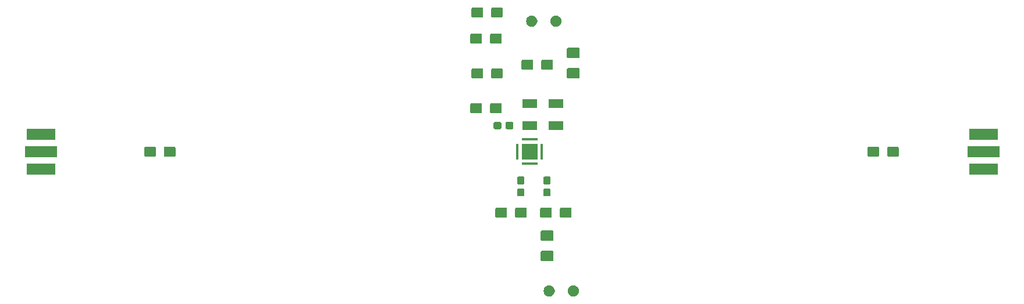
<source format=gbr>
G04 #@! TF.GenerationSoftware,KiCad,Pcbnew,5.1.2-f72e74a~84~ubuntu18.04.1*
G04 #@! TF.CreationDate,2019-11-12T11:29:02+01:00*
G04 #@! TF.ProjectId,matched_rf_amp,6d617463-6865-4645-9f72-665f616d702e,rev?*
G04 #@! TF.SameCoordinates,Original*
G04 #@! TF.FileFunction,Soldermask,Top*
G04 #@! TF.FilePolarity,Negative*
%FSLAX46Y46*%
G04 Gerber Fmt 4.6, Leading zero omitted, Abs format (unit mm)*
G04 Created by KiCad (PCBNEW 5.1.2-f72e74a~84~ubuntu18.04.1) date 2019-11-12 11:29:02*
%MOMM*%
%LPD*%
G04 APERTURE LIST*
%ADD10C,0.100000*%
G04 APERTURE END LIST*
D10*
G36*
X153907142Y-143998242D02*
G01*
X154055101Y-144059529D01*
X154188255Y-144148499D01*
X154301501Y-144261745D01*
X154390471Y-144394899D01*
X154451758Y-144542858D01*
X154483000Y-144699925D01*
X154483000Y-144860075D01*
X154451758Y-145017142D01*
X154390471Y-145165101D01*
X154301501Y-145298255D01*
X154188255Y-145411501D01*
X154055101Y-145500471D01*
X153907142Y-145561758D01*
X153750075Y-145593000D01*
X153589925Y-145593000D01*
X153432858Y-145561758D01*
X153284899Y-145500471D01*
X153151745Y-145411501D01*
X153038499Y-145298255D01*
X152949529Y-145165101D01*
X152888242Y-145017142D01*
X152857000Y-144860075D01*
X152857000Y-144699925D01*
X152888242Y-144542858D01*
X152949529Y-144394899D01*
X153038499Y-144261745D01*
X153151745Y-144148499D01*
X153284899Y-144059529D01*
X153432858Y-143998242D01*
X153589925Y-143967000D01*
X153750075Y-143967000D01*
X153907142Y-143998242D01*
X153907142Y-143998242D01*
G37*
G36*
X150407142Y-143998242D02*
G01*
X150555101Y-144059529D01*
X150688255Y-144148499D01*
X150801501Y-144261745D01*
X150890471Y-144394899D01*
X150951758Y-144542858D01*
X150983000Y-144699925D01*
X150983000Y-144860075D01*
X150951758Y-145017142D01*
X150890471Y-145165101D01*
X150801501Y-145298255D01*
X150688255Y-145411501D01*
X150555101Y-145500471D01*
X150407142Y-145561758D01*
X150250075Y-145593000D01*
X150089925Y-145593000D01*
X149932858Y-145561758D01*
X149784899Y-145500471D01*
X149651745Y-145411501D01*
X149538499Y-145298255D01*
X149449529Y-145165101D01*
X149388242Y-145017142D01*
X149357000Y-144860075D01*
X149357000Y-144699925D01*
X149388242Y-144542858D01*
X149449529Y-144394899D01*
X149538499Y-144261745D01*
X149651745Y-144148499D01*
X149784899Y-144059529D01*
X149932858Y-143998242D01*
X150089925Y-143967000D01*
X150250075Y-143967000D01*
X150407142Y-143998242D01*
X150407142Y-143998242D01*
G37*
G36*
X150635562Y-138940681D02*
G01*
X150670481Y-138951274D01*
X150702663Y-138968476D01*
X150730873Y-138991627D01*
X150754024Y-139019837D01*
X150771226Y-139052019D01*
X150781819Y-139086938D01*
X150786000Y-139129395D01*
X150786000Y-140270605D01*
X150781819Y-140313062D01*
X150771226Y-140347981D01*
X150754024Y-140380163D01*
X150730873Y-140408373D01*
X150702663Y-140431524D01*
X150670481Y-140448726D01*
X150635562Y-140459319D01*
X150593105Y-140463500D01*
X149126895Y-140463500D01*
X149084438Y-140459319D01*
X149049519Y-140448726D01*
X149017337Y-140431524D01*
X148989127Y-140408373D01*
X148965976Y-140380163D01*
X148948774Y-140347981D01*
X148938181Y-140313062D01*
X148934000Y-140270605D01*
X148934000Y-139129395D01*
X148938181Y-139086938D01*
X148948774Y-139052019D01*
X148965976Y-139019837D01*
X148989127Y-138991627D01*
X149017337Y-138968476D01*
X149049519Y-138951274D01*
X149084438Y-138940681D01*
X149126895Y-138936500D01*
X150593105Y-138936500D01*
X150635562Y-138940681D01*
X150635562Y-138940681D01*
G37*
G36*
X150635562Y-135965681D02*
G01*
X150670481Y-135976274D01*
X150702663Y-135993476D01*
X150730873Y-136016627D01*
X150754024Y-136044837D01*
X150771226Y-136077019D01*
X150781819Y-136111938D01*
X150786000Y-136154395D01*
X150786000Y-137295605D01*
X150781819Y-137338062D01*
X150771226Y-137372981D01*
X150754024Y-137405163D01*
X150730873Y-137433373D01*
X150702663Y-137456524D01*
X150670481Y-137473726D01*
X150635562Y-137484319D01*
X150593105Y-137488500D01*
X149126895Y-137488500D01*
X149084438Y-137484319D01*
X149049519Y-137473726D01*
X149017337Y-137456524D01*
X148989127Y-137433373D01*
X148965976Y-137405163D01*
X148948774Y-137372981D01*
X148938181Y-137338062D01*
X148934000Y-137295605D01*
X148934000Y-136154395D01*
X148938181Y-136111938D01*
X148948774Y-136077019D01*
X148965976Y-136044837D01*
X148989127Y-136016627D01*
X149017337Y-135993476D01*
X149049519Y-135976274D01*
X149084438Y-135965681D01*
X149126895Y-135961500D01*
X150593105Y-135961500D01*
X150635562Y-135965681D01*
X150635562Y-135965681D01*
G37*
G36*
X150377798Y-132628247D02*
G01*
X150413367Y-132639037D01*
X150446139Y-132656554D01*
X150474869Y-132680131D01*
X150498446Y-132708861D01*
X150515963Y-132741633D01*
X150526753Y-132777202D01*
X150531000Y-132820325D01*
X150531000Y-133879675D01*
X150526753Y-133922798D01*
X150515963Y-133958367D01*
X150498446Y-133991139D01*
X150474869Y-134019869D01*
X150446139Y-134043446D01*
X150413367Y-134060963D01*
X150377798Y-134071753D01*
X150334675Y-134076000D01*
X149050325Y-134076000D01*
X149007202Y-134071753D01*
X148971633Y-134060963D01*
X148938861Y-134043446D01*
X148910131Y-134019869D01*
X148886554Y-133991139D01*
X148869037Y-133958367D01*
X148858247Y-133922798D01*
X148854000Y-133879675D01*
X148854000Y-132820325D01*
X148858247Y-132777202D01*
X148869037Y-132741633D01*
X148886554Y-132708861D01*
X148910131Y-132680131D01*
X148938861Y-132656554D01*
X148971633Y-132639037D01*
X149007202Y-132628247D01*
X149050325Y-132624000D01*
X150334675Y-132624000D01*
X150377798Y-132628247D01*
X150377798Y-132628247D01*
G37*
G36*
X153252798Y-132628247D02*
G01*
X153288367Y-132639037D01*
X153321139Y-132656554D01*
X153349869Y-132680131D01*
X153373446Y-132708861D01*
X153390963Y-132741633D01*
X153401753Y-132777202D01*
X153406000Y-132820325D01*
X153406000Y-133879675D01*
X153401753Y-133922798D01*
X153390963Y-133958367D01*
X153373446Y-133991139D01*
X153349869Y-134019869D01*
X153321139Y-134043446D01*
X153288367Y-134060963D01*
X153252798Y-134071753D01*
X153209675Y-134076000D01*
X151925325Y-134076000D01*
X151882202Y-134071753D01*
X151846633Y-134060963D01*
X151813861Y-134043446D01*
X151785131Y-134019869D01*
X151761554Y-133991139D01*
X151744037Y-133958367D01*
X151733247Y-133922798D01*
X151729000Y-133879675D01*
X151729000Y-132820325D01*
X151733247Y-132777202D01*
X151744037Y-132741633D01*
X151761554Y-132708861D01*
X151785131Y-132680131D01*
X151813861Y-132656554D01*
X151846633Y-132639037D01*
X151882202Y-132628247D01*
X151925325Y-132624000D01*
X153209675Y-132624000D01*
X153252798Y-132628247D01*
X153252798Y-132628247D01*
G37*
G36*
X143860298Y-132628247D02*
G01*
X143895867Y-132639037D01*
X143928639Y-132656554D01*
X143957369Y-132680131D01*
X143980946Y-132708861D01*
X143998463Y-132741633D01*
X144009253Y-132777202D01*
X144013500Y-132820325D01*
X144013500Y-133879675D01*
X144009253Y-133922798D01*
X143998463Y-133958367D01*
X143980946Y-133991139D01*
X143957369Y-134019869D01*
X143928639Y-134043446D01*
X143895867Y-134060963D01*
X143860298Y-134071753D01*
X143817175Y-134076000D01*
X142532825Y-134076000D01*
X142489702Y-134071753D01*
X142454133Y-134060963D01*
X142421361Y-134043446D01*
X142392631Y-134019869D01*
X142369054Y-133991139D01*
X142351537Y-133958367D01*
X142340747Y-133922798D01*
X142336500Y-133879675D01*
X142336500Y-132820325D01*
X142340747Y-132777202D01*
X142351537Y-132741633D01*
X142369054Y-132708861D01*
X142392631Y-132680131D01*
X142421361Y-132656554D01*
X142454133Y-132639037D01*
X142489702Y-132628247D01*
X142532825Y-132624000D01*
X143817175Y-132624000D01*
X143860298Y-132628247D01*
X143860298Y-132628247D01*
G37*
G36*
X146735298Y-132628247D02*
G01*
X146770867Y-132639037D01*
X146803639Y-132656554D01*
X146832369Y-132680131D01*
X146855946Y-132708861D01*
X146873463Y-132741633D01*
X146884253Y-132777202D01*
X146888500Y-132820325D01*
X146888500Y-133879675D01*
X146884253Y-133922798D01*
X146873463Y-133958367D01*
X146855946Y-133991139D01*
X146832369Y-134019869D01*
X146803639Y-134043446D01*
X146770867Y-134060963D01*
X146735298Y-134071753D01*
X146692175Y-134076000D01*
X145407825Y-134076000D01*
X145364702Y-134071753D01*
X145329133Y-134060963D01*
X145296361Y-134043446D01*
X145267631Y-134019869D01*
X145244054Y-133991139D01*
X145226537Y-133958367D01*
X145215747Y-133922798D01*
X145211500Y-133879675D01*
X145211500Y-132820325D01*
X145215747Y-132777202D01*
X145226537Y-132741633D01*
X145244054Y-132708861D01*
X145267631Y-132680131D01*
X145296361Y-132656554D01*
X145329133Y-132639037D01*
X145364702Y-132628247D01*
X145407825Y-132624000D01*
X146692175Y-132624000D01*
X146735298Y-132628247D01*
X146735298Y-132628247D01*
G37*
G36*
X150224499Y-129843445D02*
G01*
X150261995Y-129854820D01*
X150296554Y-129873292D01*
X150326847Y-129898153D01*
X150351708Y-129928446D01*
X150370180Y-129963005D01*
X150381555Y-130000501D01*
X150386000Y-130045638D01*
X150386000Y-130784362D01*
X150381555Y-130829499D01*
X150370180Y-130866995D01*
X150351708Y-130901554D01*
X150326847Y-130931847D01*
X150296554Y-130956708D01*
X150261995Y-130975180D01*
X150224499Y-130986555D01*
X150179362Y-130991000D01*
X149540638Y-130991000D01*
X149495501Y-130986555D01*
X149458005Y-130975180D01*
X149423446Y-130956708D01*
X149393153Y-130931847D01*
X149368292Y-130901554D01*
X149349820Y-130866995D01*
X149338445Y-130829499D01*
X149334000Y-130784362D01*
X149334000Y-130045638D01*
X149338445Y-130000501D01*
X149349820Y-129963005D01*
X149368292Y-129928446D01*
X149393153Y-129898153D01*
X149423446Y-129873292D01*
X149458005Y-129854820D01*
X149495501Y-129843445D01*
X149540638Y-129839000D01*
X150179362Y-129839000D01*
X150224499Y-129843445D01*
X150224499Y-129843445D01*
G37*
G36*
X146414499Y-129843445D02*
G01*
X146451995Y-129854820D01*
X146486554Y-129873292D01*
X146516847Y-129898153D01*
X146541708Y-129928446D01*
X146560180Y-129963005D01*
X146571555Y-130000501D01*
X146576000Y-130045638D01*
X146576000Y-130784362D01*
X146571555Y-130829499D01*
X146560180Y-130866995D01*
X146541708Y-130901554D01*
X146516847Y-130931847D01*
X146486554Y-130956708D01*
X146451995Y-130975180D01*
X146414499Y-130986555D01*
X146369362Y-130991000D01*
X145730638Y-130991000D01*
X145685501Y-130986555D01*
X145648005Y-130975180D01*
X145613446Y-130956708D01*
X145583153Y-130931847D01*
X145558292Y-130901554D01*
X145539820Y-130866995D01*
X145528445Y-130829499D01*
X145524000Y-130784362D01*
X145524000Y-130045638D01*
X145528445Y-130000501D01*
X145539820Y-129963005D01*
X145558292Y-129928446D01*
X145583153Y-129898153D01*
X145613446Y-129873292D01*
X145648005Y-129854820D01*
X145685501Y-129843445D01*
X145730638Y-129839000D01*
X146369362Y-129839000D01*
X146414499Y-129843445D01*
X146414499Y-129843445D01*
G37*
G36*
X150224499Y-128093445D02*
G01*
X150261995Y-128104820D01*
X150296554Y-128123292D01*
X150326847Y-128148153D01*
X150351708Y-128178446D01*
X150370180Y-128213005D01*
X150381555Y-128250501D01*
X150386000Y-128295638D01*
X150386000Y-129034362D01*
X150381555Y-129079499D01*
X150370180Y-129116995D01*
X150351708Y-129151554D01*
X150326847Y-129181847D01*
X150296554Y-129206708D01*
X150261995Y-129225180D01*
X150224499Y-129236555D01*
X150179362Y-129241000D01*
X149540638Y-129241000D01*
X149495501Y-129236555D01*
X149458005Y-129225180D01*
X149423446Y-129206708D01*
X149393153Y-129181847D01*
X149368292Y-129151554D01*
X149349820Y-129116995D01*
X149338445Y-129079499D01*
X149334000Y-129034362D01*
X149334000Y-128295638D01*
X149338445Y-128250501D01*
X149349820Y-128213005D01*
X149368292Y-128178446D01*
X149393153Y-128148153D01*
X149423446Y-128123292D01*
X149458005Y-128104820D01*
X149495501Y-128093445D01*
X149540638Y-128089000D01*
X150179362Y-128089000D01*
X150224499Y-128093445D01*
X150224499Y-128093445D01*
G37*
G36*
X146414499Y-128093445D02*
G01*
X146451995Y-128104820D01*
X146486554Y-128123292D01*
X146516847Y-128148153D01*
X146541708Y-128178446D01*
X146560180Y-128213005D01*
X146571555Y-128250501D01*
X146576000Y-128295638D01*
X146576000Y-129034362D01*
X146571555Y-129079499D01*
X146560180Y-129116995D01*
X146541708Y-129151554D01*
X146516847Y-129181847D01*
X146486554Y-129206708D01*
X146451995Y-129225180D01*
X146414499Y-129236555D01*
X146369362Y-129241000D01*
X145730638Y-129241000D01*
X145685501Y-129236555D01*
X145648005Y-129225180D01*
X145613446Y-129206708D01*
X145583153Y-129181847D01*
X145558292Y-129151554D01*
X145539820Y-129116995D01*
X145528445Y-129079499D01*
X145524000Y-129034362D01*
X145524000Y-128295638D01*
X145528445Y-128250501D01*
X145539820Y-128213005D01*
X145558292Y-128178446D01*
X145583153Y-128148153D01*
X145613446Y-128123292D01*
X145648005Y-128104820D01*
X145685501Y-128093445D01*
X145730638Y-128089000D01*
X146369362Y-128089000D01*
X146414499Y-128093445D01*
X146414499Y-128093445D01*
G37*
G36*
X215441000Y-127811000D02*
G01*
X211279000Y-127811000D01*
X211279000Y-126189000D01*
X215441000Y-126189000D01*
X215441000Y-127811000D01*
X215441000Y-127811000D01*
G37*
G36*
X78281000Y-127811000D02*
G01*
X74119000Y-127811000D01*
X74119000Y-126189000D01*
X78281000Y-126189000D01*
X78281000Y-127811000D01*
X78281000Y-127811000D01*
G37*
G36*
X148486000Y-126411000D02*
G01*
X146154000Y-126411000D01*
X146154000Y-126079000D01*
X148486000Y-126079000D01*
X148486000Y-126411000D01*
X148486000Y-126411000D01*
G37*
G36*
X149271000Y-125626000D02*
G01*
X148939000Y-125626000D01*
X148939000Y-123294000D01*
X149271000Y-123294000D01*
X149271000Y-125626000D01*
X149271000Y-125626000D01*
G37*
G36*
X145701000Y-125626000D02*
G01*
X145369000Y-125626000D01*
X145369000Y-123294000D01*
X145701000Y-123294000D01*
X145701000Y-125626000D01*
X145701000Y-125626000D01*
G37*
G36*
X148446000Y-125586000D02*
G01*
X146194000Y-125586000D01*
X146194000Y-123334000D01*
X148446000Y-123334000D01*
X148446000Y-125586000D01*
X148446000Y-125586000D01*
G37*
G36*
X215711000Y-125271000D02*
G01*
X211009000Y-125271000D01*
X211009000Y-123649000D01*
X215711000Y-123649000D01*
X215711000Y-125271000D01*
X215711000Y-125271000D01*
G37*
G36*
X78551000Y-125271000D02*
G01*
X73849000Y-125271000D01*
X73849000Y-123649000D01*
X78551000Y-123649000D01*
X78551000Y-125271000D01*
X78551000Y-125271000D01*
G37*
G36*
X198002798Y-123738247D02*
G01*
X198038367Y-123749037D01*
X198071139Y-123766554D01*
X198099869Y-123790131D01*
X198123446Y-123818861D01*
X198140963Y-123851633D01*
X198151753Y-123887202D01*
X198156000Y-123930325D01*
X198156000Y-124989675D01*
X198151753Y-125032798D01*
X198140963Y-125068367D01*
X198123446Y-125101139D01*
X198099869Y-125129869D01*
X198071139Y-125153446D01*
X198038367Y-125170963D01*
X198002798Y-125181753D01*
X197959675Y-125186000D01*
X196675325Y-125186000D01*
X196632202Y-125181753D01*
X196596633Y-125170963D01*
X196563861Y-125153446D01*
X196535131Y-125129869D01*
X196511554Y-125101139D01*
X196494037Y-125068367D01*
X196483247Y-125032798D01*
X196479000Y-124989675D01*
X196479000Y-123930325D01*
X196483247Y-123887202D01*
X196494037Y-123851633D01*
X196511554Y-123818861D01*
X196535131Y-123790131D01*
X196563861Y-123766554D01*
X196596633Y-123749037D01*
X196632202Y-123738247D01*
X196675325Y-123734000D01*
X197959675Y-123734000D01*
X198002798Y-123738247D01*
X198002798Y-123738247D01*
G37*
G36*
X200877798Y-123738247D02*
G01*
X200913367Y-123749037D01*
X200946139Y-123766554D01*
X200974869Y-123790131D01*
X200998446Y-123818861D01*
X201015963Y-123851633D01*
X201026753Y-123887202D01*
X201031000Y-123930325D01*
X201031000Y-124989675D01*
X201026753Y-125032798D01*
X201015963Y-125068367D01*
X200998446Y-125101139D01*
X200974869Y-125129869D01*
X200946139Y-125153446D01*
X200913367Y-125170963D01*
X200877798Y-125181753D01*
X200834675Y-125186000D01*
X199550325Y-125186000D01*
X199507202Y-125181753D01*
X199471633Y-125170963D01*
X199438861Y-125153446D01*
X199410131Y-125129869D01*
X199386554Y-125101139D01*
X199369037Y-125068367D01*
X199358247Y-125032798D01*
X199354000Y-124989675D01*
X199354000Y-123930325D01*
X199358247Y-123887202D01*
X199369037Y-123851633D01*
X199386554Y-123818861D01*
X199410131Y-123790131D01*
X199438861Y-123766554D01*
X199471633Y-123749037D01*
X199507202Y-123738247D01*
X199550325Y-123734000D01*
X200834675Y-123734000D01*
X200877798Y-123738247D01*
X200877798Y-123738247D01*
G37*
G36*
X95635298Y-123738247D02*
G01*
X95670867Y-123749037D01*
X95703639Y-123766554D01*
X95732369Y-123790131D01*
X95755946Y-123818861D01*
X95773463Y-123851633D01*
X95784253Y-123887202D01*
X95788500Y-123930325D01*
X95788500Y-124989675D01*
X95784253Y-125032798D01*
X95773463Y-125068367D01*
X95755946Y-125101139D01*
X95732369Y-125129869D01*
X95703639Y-125153446D01*
X95670867Y-125170963D01*
X95635298Y-125181753D01*
X95592175Y-125186000D01*
X94307825Y-125186000D01*
X94264702Y-125181753D01*
X94229133Y-125170963D01*
X94196361Y-125153446D01*
X94167631Y-125129869D01*
X94144054Y-125101139D01*
X94126537Y-125068367D01*
X94115747Y-125032798D01*
X94111500Y-124989675D01*
X94111500Y-123930325D01*
X94115747Y-123887202D01*
X94126537Y-123851633D01*
X94144054Y-123818861D01*
X94167631Y-123790131D01*
X94196361Y-123766554D01*
X94229133Y-123749037D01*
X94264702Y-123738247D01*
X94307825Y-123734000D01*
X95592175Y-123734000D01*
X95635298Y-123738247D01*
X95635298Y-123738247D01*
G37*
G36*
X92760298Y-123738247D02*
G01*
X92795867Y-123749037D01*
X92828639Y-123766554D01*
X92857369Y-123790131D01*
X92880946Y-123818861D01*
X92898463Y-123851633D01*
X92909253Y-123887202D01*
X92913500Y-123930325D01*
X92913500Y-124989675D01*
X92909253Y-125032798D01*
X92898463Y-125068367D01*
X92880946Y-125101139D01*
X92857369Y-125129869D01*
X92828639Y-125153446D01*
X92795867Y-125170963D01*
X92760298Y-125181753D01*
X92717175Y-125186000D01*
X91432825Y-125186000D01*
X91389702Y-125181753D01*
X91354133Y-125170963D01*
X91321361Y-125153446D01*
X91292631Y-125129869D01*
X91269054Y-125101139D01*
X91251537Y-125068367D01*
X91240747Y-125032798D01*
X91236500Y-124989675D01*
X91236500Y-123930325D01*
X91240747Y-123887202D01*
X91251537Y-123851633D01*
X91269054Y-123818861D01*
X91292631Y-123790131D01*
X91321361Y-123766554D01*
X91354133Y-123749037D01*
X91389702Y-123738247D01*
X91432825Y-123734000D01*
X92717175Y-123734000D01*
X92760298Y-123738247D01*
X92760298Y-123738247D01*
G37*
G36*
X148486000Y-122841000D02*
G01*
X146154000Y-122841000D01*
X146154000Y-122509000D01*
X148486000Y-122509000D01*
X148486000Y-122841000D01*
X148486000Y-122841000D01*
G37*
G36*
X78281000Y-122731000D02*
G01*
X74119000Y-122731000D01*
X74119000Y-121109000D01*
X78281000Y-121109000D01*
X78281000Y-122731000D01*
X78281000Y-122731000D01*
G37*
G36*
X215441000Y-122731000D02*
G01*
X211279000Y-122731000D01*
X211279000Y-121109000D01*
X215441000Y-121109000D01*
X215441000Y-122731000D01*
X215441000Y-122731000D01*
G37*
G36*
X152181000Y-121301000D02*
G01*
X150079000Y-121301000D01*
X150079000Y-119999000D01*
X152181000Y-119999000D01*
X152181000Y-121301000D01*
X152181000Y-121301000D01*
G37*
G36*
X148371000Y-121301000D02*
G01*
X146269000Y-121301000D01*
X146269000Y-119999000D01*
X148371000Y-119999000D01*
X148371000Y-121301000D01*
X148371000Y-121301000D01*
G37*
G36*
X144799499Y-120128445D02*
G01*
X144836995Y-120139820D01*
X144871554Y-120158292D01*
X144901847Y-120183153D01*
X144926708Y-120213446D01*
X144945180Y-120248005D01*
X144956555Y-120285501D01*
X144961000Y-120330638D01*
X144961000Y-120969362D01*
X144956555Y-121014499D01*
X144945180Y-121051995D01*
X144926708Y-121086554D01*
X144901847Y-121116847D01*
X144871554Y-121141708D01*
X144836995Y-121160180D01*
X144799499Y-121171555D01*
X144754362Y-121176000D01*
X144015638Y-121176000D01*
X143970501Y-121171555D01*
X143933005Y-121160180D01*
X143898446Y-121141708D01*
X143868153Y-121116847D01*
X143843292Y-121086554D01*
X143824820Y-121051995D01*
X143813445Y-121014499D01*
X143809000Y-120969362D01*
X143809000Y-120330638D01*
X143813445Y-120285501D01*
X143824820Y-120248005D01*
X143843292Y-120213446D01*
X143868153Y-120183153D01*
X143898446Y-120158292D01*
X143933005Y-120139820D01*
X143970501Y-120128445D01*
X144015638Y-120124000D01*
X144754362Y-120124000D01*
X144799499Y-120128445D01*
X144799499Y-120128445D01*
G37*
G36*
X143049499Y-120128445D02*
G01*
X143086995Y-120139820D01*
X143121554Y-120158292D01*
X143151847Y-120183153D01*
X143176708Y-120213446D01*
X143195180Y-120248005D01*
X143206555Y-120285501D01*
X143211000Y-120330638D01*
X143211000Y-120969362D01*
X143206555Y-121014499D01*
X143195180Y-121051995D01*
X143176708Y-121086554D01*
X143151847Y-121116847D01*
X143121554Y-121141708D01*
X143086995Y-121160180D01*
X143049499Y-121171555D01*
X143004362Y-121176000D01*
X142265638Y-121176000D01*
X142220501Y-121171555D01*
X142183005Y-121160180D01*
X142148446Y-121141708D01*
X142118153Y-121116847D01*
X142093292Y-121086554D01*
X142074820Y-121051995D01*
X142063445Y-121014499D01*
X142059000Y-120969362D01*
X142059000Y-120330638D01*
X142063445Y-120285501D01*
X142074820Y-120248005D01*
X142093292Y-120213446D01*
X142118153Y-120183153D01*
X142148446Y-120158292D01*
X142183005Y-120139820D01*
X142220501Y-120128445D01*
X142265638Y-120124000D01*
X143004362Y-120124000D01*
X143049499Y-120128445D01*
X143049499Y-120128445D01*
G37*
G36*
X140217798Y-117388247D02*
G01*
X140253367Y-117399037D01*
X140286139Y-117416554D01*
X140314869Y-117440131D01*
X140338446Y-117468861D01*
X140355963Y-117501633D01*
X140366753Y-117537202D01*
X140371000Y-117580325D01*
X140371000Y-118639675D01*
X140366753Y-118682798D01*
X140355963Y-118718367D01*
X140338446Y-118751139D01*
X140314869Y-118779869D01*
X140286139Y-118803446D01*
X140253367Y-118820963D01*
X140217798Y-118831753D01*
X140174675Y-118836000D01*
X138890325Y-118836000D01*
X138847202Y-118831753D01*
X138811633Y-118820963D01*
X138778861Y-118803446D01*
X138750131Y-118779869D01*
X138726554Y-118751139D01*
X138709037Y-118718367D01*
X138698247Y-118682798D01*
X138694000Y-118639675D01*
X138694000Y-117580325D01*
X138698247Y-117537202D01*
X138709037Y-117501633D01*
X138726554Y-117468861D01*
X138750131Y-117440131D01*
X138778861Y-117416554D01*
X138811633Y-117399037D01*
X138847202Y-117388247D01*
X138890325Y-117384000D01*
X140174675Y-117384000D01*
X140217798Y-117388247D01*
X140217798Y-117388247D01*
G37*
G36*
X143092798Y-117388247D02*
G01*
X143128367Y-117399037D01*
X143161139Y-117416554D01*
X143189869Y-117440131D01*
X143213446Y-117468861D01*
X143230963Y-117501633D01*
X143241753Y-117537202D01*
X143246000Y-117580325D01*
X143246000Y-118639675D01*
X143241753Y-118682798D01*
X143230963Y-118718367D01*
X143213446Y-118751139D01*
X143189869Y-118779869D01*
X143161139Y-118803446D01*
X143128367Y-118820963D01*
X143092798Y-118831753D01*
X143049675Y-118836000D01*
X141765325Y-118836000D01*
X141722202Y-118831753D01*
X141686633Y-118820963D01*
X141653861Y-118803446D01*
X141625131Y-118779869D01*
X141601554Y-118751139D01*
X141584037Y-118718367D01*
X141573247Y-118682798D01*
X141569000Y-118639675D01*
X141569000Y-117580325D01*
X141573247Y-117537202D01*
X141584037Y-117501633D01*
X141601554Y-117468861D01*
X141625131Y-117440131D01*
X141653861Y-117416554D01*
X141686633Y-117399037D01*
X141722202Y-117388247D01*
X141765325Y-117384000D01*
X143049675Y-117384000D01*
X143092798Y-117388247D01*
X143092798Y-117388247D01*
G37*
G36*
X152181000Y-118101000D02*
G01*
X150079000Y-118101000D01*
X150079000Y-116799000D01*
X152181000Y-116799000D01*
X152181000Y-118101000D01*
X152181000Y-118101000D01*
G37*
G36*
X148371000Y-118101000D02*
G01*
X146269000Y-118101000D01*
X146269000Y-116799000D01*
X148371000Y-116799000D01*
X148371000Y-118101000D01*
X148371000Y-118101000D01*
G37*
G36*
X154445562Y-112270681D02*
G01*
X154480481Y-112281274D01*
X154512663Y-112298476D01*
X154540873Y-112321627D01*
X154564024Y-112349837D01*
X154581226Y-112382019D01*
X154591819Y-112416938D01*
X154596000Y-112459395D01*
X154596000Y-113600605D01*
X154591819Y-113643062D01*
X154581226Y-113677981D01*
X154564024Y-113710163D01*
X154540873Y-113738373D01*
X154512663Y-113761524D01*
X154480481Y-113778726D01*
X154445562Y-113789319D01*
X154403105Y-113793500D01*
X152936895Y-113793500D01*
X152894438Y-113789319D01*
X152859519Y-113778726D01*
X152827337Y-113761524D01*
X152799127Y-113738373D01*
X152775976Y-113710163D01*
X152758774Y-113677981D01*
X152748181Y-113643062D01*
X152744000Y-113600605D01*
X152744000Y-112459395D01*
X152748181Y-112416938D01*
X152758774Y-112382019D01*
X152775976Y-112349837D01*
X152799127Y-112321627D01*
X152827337Y-112298476D01*
X152859519Y-112281274D01*
X152894438Y-112270681D01*
X152936895Y-112266500D01*
X154403105Y-112266500D01*
X154445562Y-112270681D01*
X154445562Y-112270681D01*
G37*
G36*
X143260298Y-112308247D02*
G01*
X143295867Y-112319037D01*
X143328639Y-112336554D01*
X143357369Y-112360131D01*
X143380946Y-112388861D01*
X143398463Y-112421633D01*
X143409253Y-112457202D01*
X143413500Y-112500325D01*
X143413500Y-113559675D01*
X143409253Y-113602798D01*
X143398463Y-113638367D01*
X143380946Y-113671139D01*
X143357369Y-113699869D01*
X143328639Y-113723446D01*
X143295867Y-113740963D01*
X143260298Y-113751753D01*
X143217175Y-113756000D01*
X141932825Y-113756000D01*
X141889702Y-113751753D01*
X141854133Y-113740963D01*
X141821361Y-113723446D01*
X141792631Y-113699869D01*
X141769054Y-113671139D01*
X141751537Y-113638367D01*
X141740747Y-113602798D01*
X141736500Y-113559675D01*
X141736500Y-112500325D01*
X141740747Y-112457202D01*
X141751537Y-112421633D01*
X141769054Y-112388861D01*
X141792631Y-112360131D01*
X141821361Y-112336554D01*
X141854133Y-112319037D01*
X141889702Y-112308247D01*
X141932825Y-112304000D01*
X143217175Y-112304000D01*
X143260298Y-112308247D01*
X143260298Y-112308247D01*
G37*
G36*
X140385298Y-112308247D02*
G01*
X140420867Y-112319037D01*
X140453639Y-112336554D01*
X140482369Y-112360131D01*
X140505946Y-112388861D01*
X140523463Y-112421633D01*
X140534253Y-112457202D01*
X140538500Y-112500325D01*
X140538500Y-113559675D01*
X140534253Y-113602798D01*
X140523463Y-113638367D01*
X140505946Y-113671139D01*
X140482369Y-113699869D01*
X140453639Y-113723446D01*
X140420867Y-113740963D01*
X140385298Y-113751753D01*
X140342175Y-113756000D01*
X139057825Y-113756000D01*
X139014702Y-113751753D01*
X138979133Y-113740963D01*
X138946361Y-113723446D01*
X138917631Y-113699869D01*
X138894054Y-113671139D01*
X138876537Y-113638367D01*
X138865747Y-113602798D01*
X138861500Y-113559675D01*
X138861500Y-112500325D01*
X138865747Y-112457202D01*
X138876537Y-112421633D01*
X138894054Y-112388861D01*
X138917631Y-112360131D01*
X138946361Y-112336554D01*
X138979133Y-112319037D01*
X139014702Y-112308247D01*
X139057825Y-112304000D01*
X140342175Y-112304000D01*
X140385298Y-112308247D01*
X140385298Y-112308247D01*
G37*
G36*
X150545298Y-111038247D02*
G01*
X150580867Y-111049037D01*
X150613639Y-111066554D01*
X150642369Y-111090131D01*
X150665946Y-111118861D01*
X150683463Y-111151633D01*
X150694253Y-111187202D01*
X150698500Y-111230325D01*
X150698500Y-112289675D01*
X150694253Y-112332798D01*
X150683463Y-112368367D01*
X150665946Y-112401139D01*
X150642369Y-112429869D01*
X150613639Y-112453446D01*
X150580867Y-112470963D01*
X150545298Y-112481753D01*
X150502175Y-112486000D01*
X149217825Y-112486000D01*
X149174702Y-112481753D01*
X149139133Y-112470963D01*
X149106361Y-112453446D01*
X149077631Y-112429869D01*
X149054054Y-112401139D01*
X149036537Y-112368367D01*
X149025747Y-112332798D01*
X149021500Y-112289675D01*
X149021500Y-111230325D01*
X149025747Y-111187202D01*
X149036537Y-111151633D01*
X149054054Y-111118861D01*
X149077631Y-111090131D01*
X149106361Y-111066554D01*
X149139133Y-111049037D01*
X149174702Y-111038247D01*
X149217825Y-111034000D01*
X150502175Y-111034000D01*
X150545298Y-111038247D01*
X150545298Y-111038247D01*
G37*
G36*
X147670298Y-111038247D02*
G01*
X147705867Y-111049037D01*
X147738639Y-111066554D01*
X147767369Y-111090131D01*
X147790946Y-111118861D01*
X147808463Y-111151633D01*
X147819253Y-111187202D01*
X147823500Y-111230325D01*
X147823500Y-112289675D01*
X147819253Y-112332798D01*
X147808463Y-112368367D01*
X147790946Y-112401139D01*
X147767369Y-112429869D01*
X147738639Y-112453446D01*
X147705867Y-112470963D01*
X147670298Y-112481753D01*
X147627175Y-112486000D01*
X146342825Y-112486000D01*
X146299702Y-112481753D01*
X146264133Y-112470963D01*
X146231361Y-112453446D01*
X146202631Y-112429869D01*
X146179054Y-112401139D01*
X146161537Y-112368367D01*
X146150747Y-112332798D01*
X146146500Y-112289675D01*
X146146500Y-111230325D01*
X146150747Y-111187202D01*
X146161537Y-111151633D01*
X146179054Y-111118861D01*
X146202631Y-111090131D01*
X146231361Y-111066554D01*
X146264133Y-111049037D01*
X146299702Y-111038247D01*
X146342825Y-111034000D01*
X147627175Y-111034000D01*
X147670298Y-111038247D01*
X147670298Y-111038247D01*
G37*
G36*
X154445562Y-109295681D02*
G01*
X154480481Y-109306274D01*
X154512663Y-109323476D01*
X154540873Y-109346627D01*
X154564024Y-109374837D01*
X154581226Y-109407019D01*
X154591819Y-109441938D01*
X154596000Y-109484395D01*
X154596000Y-110625605D01*
X154591819Y-110668062D01*
X154581226Y-110702981D01*
X154564024Y-110735163D01*
X154540873Y-110763373D01*
X154512663Y-110786524D01*
X154480481Y-110803726D01*
X154445562Y-110814319D01*
X154403105Y-110818500D01*
X152936895Y-110818500D01*
X152894438Y-110814319D01*
X152859519Y-110803726D01*
X152827337Y-110786524D01*
X152799127Y-110763373D01*
X152775976Y-110735163D01*
X152758774Y-110702981D01*
X152748181Y-110668062D01*
X152744000Y-110625605D01*
X152744000Y-109484395D01*
X152748181Y-109441938D01*
X152758774Y-109407019D01*
X152775976Y-109374837D01*
X152799127Y-109346627D01*
X152827337Y-109323476D01*
X152859519Y-109306274D01*
X152894438Y-109295681D01*
X152936895Y-109291500D01*
X154403105Y-109291500D01*
X154445562Y-109295681D01*
X154445562Y-109295681D01*
G37*
G36*
X140217798Y-107228247D02*
G01*
X140253367Y-107239037D01*
X140286139Y-107256554D01*
X140314869Y-107280131D01*
X140338446Y-107308861D01*
X140355963Y-107341633D01*
X140366753Y-107377202D01*
X140371000Y-107420325D01*
X140371000Y-108479675D01*
X140366753Y-108522798D01*
X140355963Y-108558367D01*
X140338446Y-108591139D01*
X140314869Y-108619869D01*
X140286139Y-108643446D01*
X140253367Y-108660963D01*
X140217798Y-108671753D01*
X140174675Y-108676000D01*
X138890325Y-108676000D01*
X138847202Y-108671753D01*
X138811633Y-108660963D01*
X138778861Y-108643446D01*
X138750131Y-108619869D01*
X138726554Y-108591139D01*
X138709037Y-108558367D01*
X138698247Y-108522798D01*
X138694000Y-108479675D01*
X138694000Y-107420325D01*
X138698247Y-107377202D01*
X138709037Y-107341633D01*
X138726554Y-107308861D01*
X138750131Y-107280131D01*
X138778861Y-107256554D01*
X138811633Y-107239037D01*
X138847202Y-107228247D01*
X138890325Y-107224000D01*
X140174675Y-107224000D01*
X140217798Y-107228247D01*
X140217798Y-107228247D01*
G37*
G36*
X143092798Y-107228247D02*
G01*
X143128367Y-107239037D01*
X143161139Y-107256554D01*
X143189869Y-107280131D01*
X143213446Y-107308861D01*
X143230963Y-107341633D01*
X143241753Y-107377202D01*
X143246000Y-107420325D01*
X143246000Y-108479675D01*
X143241753Y-108522798D01*
X143230963Y-108558367D01*
X143213446Y-108591139D01*
X143189869Y-108619869D01*
X143161139Y-108643446D01*
X143128367Y-108660963D01*
X143092798Y-108671753D01*
X143049675Y-108676000D01*
X141765325Y-108676000D01*
X141722202Y-108671753D01*
X141686633Y-108660963D01*
X141653861Y-108643446D01*
X141625131Y-108619869D01*
X141601554Y-108591139D01*
X141584037Y-108558367D01*
X141573247Y-108522798D01*
X141569000Y-108479675D01*
X141569000Y-107420325D01*
X141573247Y-107377202D01*
X141584037Y-107341633D01*
X141601554Y-107308861D01*
X141625131Y-107280131D01*
X141653861Y-107256554D01*
X141686633Y-107239037D01*
X141722202Y-107228247D01*
X141765325Y-107224000D01*
X143049675Y-107224000D01*
X143092798Y-107228247D01*
X143092798Y-107228247D01*
G37*
G36*
X151367142Y-104628242D02*
G01*
X151515101Y-104689529D01*
X151648255Y-104778499D01*
X151761501Y-104891745D01*
X151850471Y-105024899D01*
X151911758Y-105172858D01*
X151943000Y-105329925D01*
X151943000Y-105490075D01*
X151911758Y-105647142D01*
X151850471Y-105795101D01*
X151761501Y-105928255D01*
X151648255Y-106041501D01*
X151515101Y-106130471D01*
X151367142Y-106191758D01*
X151210075Y-106223000D01*
X151049925Y-106223000D01*
X150892858Y-106191758D01*
X150744899Y-106130471D01*
X150611745Y-106041501D01*
X150498499Y-105928255D01*
X150409529Y-105795101D01*
X150348242Y-105647142D01*
X150317000Y-105490075D01*
X150317000Y-105329925D01*
X150348242Y-105172858D01*
X150409529Y-105024899D01*
X150498499Y-104891745D01*
X150611745Y-104778499D01*
X150744899Y-104689529D01*
X150892858Y-104628242D01*
X151049925Y-104597000D01*
X151210075Y-104597000D01*
X151367142Y-104628242D01*
X151367142Y-104628242D01*
G37*
G36*
X147867142Y-104628242D02*
G01*
X148015101Y-104689529D01*
X148148255Y-104778499D01*
X148261501Y-104891745D01*
X148350471Y-105024899D01*
X148411758Y-105172858D01*
X148443000Y-105329925D01*
X148443000Y-105490075D01*
X148411758Y-105647142D01*
X148350471Y-105795101D01*
X148261501Y-105928255D01*
X148148255Y-106041501D01*
X148015101Y-106130471D01*
X147867142Y-106191758D01*
X147710075Y-106223000D01*
X147549925Y-106223000D01*
X147392858Y-106191758D01*
X147244899Y-106130471D01*
X147111745Y-106041501D01*
X146998499Y-105928255D01*
X146909529Y-105795101D01*
X146848242Y-105647142D01*
X146817000Y-105490075D01*
X146817000Y-105329925D01*
X146848242Y-105172858D01*
X146909529Y-105024899D01*
X146998499Y-104891745D01*
X147111745Y-104778499D01*
X147244899Y-104689529D01*
X147392858Y-104628242D01*
X147549925Y-104597000D01*
X147710075Y-104597000D01*
X147867142Y-104628242D01*
X147867142Y-104628242D01*
G37*
G36*
X143260298Y-103418247D02*
G01*
X143295867Y-103429037D01*
X143328639Y-103446554D01*
X143357369Y-103470131D01*
X143380946Y-103498861D01*
X143398463Y-103531633D01*
X143409253Y-103567202D01*
X143413500Y-103610325D01*
X143413500Y-104669675D01*
X143409253Y-104712798D01*
X143398463Y-104748367D01*
X143380946Y-104781139D01*
X143357369Y-104809869D01*
X143328639Y-104833446D01*
X143295867Y-104850963D01*
X143260298Y-104861753D01*
X143217175Y-104866000D01*
X141932825Y-104866000D01*
X141889702Y-104861753D01*
X141854133Y-104850963D01*
X141821361Y-104833446D01*
X141792631Y-104809869D01*
X141769054Y-104781139D01*
X141751537Y-104748367D01*
X141740747Y-104712798D01*
X141736500Y-104669675D01*
X141736500Y-103610325D01*
X141740747Y-103567202D01*
X141751537Y-103531633D01*
X141769054Y-103498861D01*
X141792631Y-103470131D01*
X141821361Y-103446554D01*
X141854133Y-103429037D01*
X141889702Y-103418247D01*
X141932825Y-103414000D01*
X143217175Y-103414000D01*
X143260298Y-103418247D01*
X143260298Y-103418247D01*
G37*
G36*
X140385298Y-103418247D02*
G01*
X140420867Y-103429037D01*
X140453639Y-103446554D01*
X140482369Y-103470131D01*
X140505946Y-103498861D01*
X140523463Y-103531633D01*
X140534253Y-103567202D01*
X140538500Y-103610325D01*
X140538500Y-104669675D01*
X140534253Y-104712798D01*
X140523463Y-104748367D01*
X140505946Y-104781139D01*
X140482369Y-104809869D01*
X140453639Y-104833446D01*
X140420867Y-104850963D01*
X140385298Y-104861753D01*
X140342175Y-104866000D01*
X139057825Y-104866000D01*
X139014702Y-104861753D01*
X138979133Y-104850963D01*
X138946361Y-104833446D01*
X138917631Y-104809869D01*
X138894054Y-104781139D01*
X138876537Y-104748367D01*
X138865747Y-104712798D01*
X138861500Y-104669675D01*
X138861500Y-103610325D01*
X138865747Y-103567202D01*
X138876537Y-103531633D01*
X138894054Y-103498861D01*
X138917631Y-103470131D01*
X138946361Y-103446554D01*
X138979133Y-103429037D01*
X139014702Y-103418247D01*
X139057825Y-103414000D01*
X140342175Y-103414000D01*
X140385298Y-103418247D01*
X140385298Y-103418247D01*
G37*
M02*

</source>
